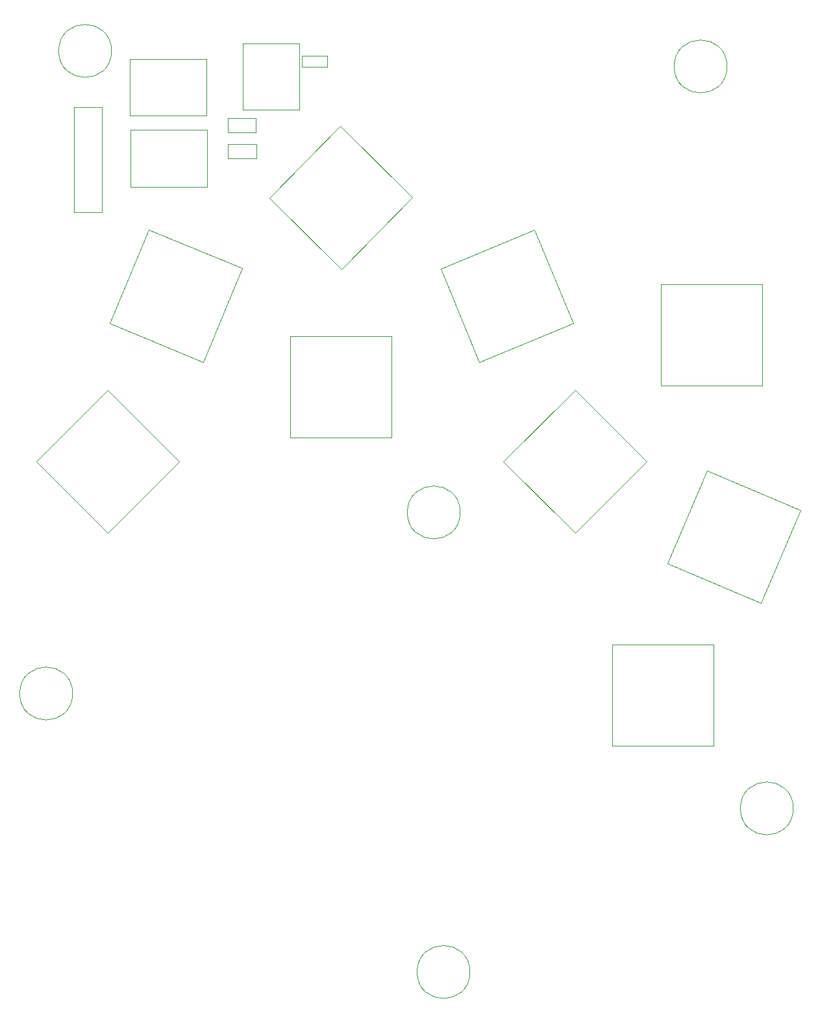
<source format=gbr>
G04 #@! TF.GenerationSoftware,KiCad,Pcbnew,(5.1.5)-3*
G04 #@! TF.CreationDate,2021-10-20T23:00:29+02:00*
G04 #@! TF.ProjectId,WFP_v2_0,5746505f-7632-45f3-902e-6b696361645f,v 0.2*
G04 #@! TF.SameCoordinates,Original*
G04 #@! TF.FileFunction,Other,User*
%FSLAX46Y46*%
G04 Gerber Fmt 4.6, Leading zero omitted, Abs format (unit mm)*
G04 Created by KiCad (PCBNEW (5.1.5)-3) date 2021-10-20 23:00:29*
%MOMM*%
%LPD*%
G04 APERTURE LIST*
%ADD10C,0.050000*%
G04 APERTURE END LIST*
D10*
X87497748Y-56579546D02*
X96912654Y-65831548D01*
X78245746Y-65994452D02*
X87497748Y-56579546D01*
X87660652Y-75246454D02*
X78245746Y-65994452D01*
X96912654Y-65831548D02*
X87660652Y-75246454D01*
X74662023Y-75137420D02*
X69610602Y-87332630D01*
X69610602Y-87332630D02*
X57415392Y-82281208D01*
X57415392Y-82281208D02*
X62466814Y-70085999D01*
X62466814Y-70085999D02*
X74662023Y-75137420D01*
X57153949Y-90998037D02*
X66487758Y-100331846D01*
X47820139Y-100331846D02*
X57153949Y-90998037D01*
X57153949Y-109665656D02*
X47820139Y-100331846D01*
X66487758Y-100331846D02*
X57153949Y-109665656D01*
X94179200Y-97201800D02*
X80979200Y-97201800D01*
X80979200Y-97201800D02*
X80979200Y-84001800D01*
X80979200Y-84001800D02*
X94179200Y-84001800D01*
X94179200Y-84001800D02*
X94179200Y-97201800D01*
X142490000Y-77220000D02*
X142490000Y-90420000D01*
X129290000Y-77220000D02*
X142490000Y-77220000D01*
X129290000Y-90420000D02*
X129290000Y-77220000D01*
X142490000Y-90420000D02*
X129290000Y-90420000D01*
X76535000Y-58917800D02*
X76535000Y-60817800D01*
X76535000Y-60817800D02*
X72835000Y-60817800D01*
X72835000Y-60817800D02*
X72835000Y-58917800D01*
X72835000Y-58917800D02*
X76535000Y-58917800D01*
X57670000Y-46770000D02*
G75*
G03X57670000Y-46770000I-3450000J0D01*
G01*
X103136000Y-106968000D02*
G75*
G03X103136000Y-106968000I-3450000J0D01*
G01*
X137934000Y-48802000D02*
G75*
G03X137934000Y-48802000I-3450000J0D01*
G01*
X52590000Y-130590000D02*
G75*
G03X52590000Y-130590000I-3450000J0D01*
G01*
X104409000Y-166912000D02*
G75*
G03X104409000Y-166912000I-3450000J0D01*
G01*
X146570000Y-145576000D02*
G75*
G03X146570000Y-145576000I-3450000J0D01*
G01*
X52810000Y-54080000D02*
X52810000Y-67830000D01*
X52810000Y-67830000D02*
X56410000Y-67830000D01*
X56410000Y-67830000D02*
X56410000Y-54080000D01*
X56410000Y-54080000D02*
X52810000Y-54080000D01*
X74786000Y-54414200D02*
X82186000Y-54414200D01*
X82186000Y-54414200D02*
X82186000Y-45814200D01*
X82186000Y-45814200D02*
X74786000Y-45814200D01*
X74786000Y-45814200D02*
X74786000Y-54414200D01*
X82488800Y-47403000D02*
X85788800Y-47403000D01*
X82488800Y-48863000D02*
X82488800Y-47403000D01*
X85788800Y-48863000D02*
X82488800Y-48863000D01*
X85788800Y-47403000D02*
X85788800Y-48863000D01*
X60063201Y-47836600D02*
X60063201Y-55236600D01*
X70063201Y-47836600D02*
X60063201Y-47836600D01*
X70063201Y-55236600D02*
X70063201Y-47836600D01*
X60063201Y-55236600D02*
X70063201Y-55236600D01*
X60125600Y-64482200D02*
X70125600Y-64482200D01*
X70125600Y-64482200D02*
X70125600Y-57082200D01*
X70125600Y-57082200D02*
X60125600Y-57082200D01*
X60125600Y-57082200D02*
X60125600Y-64482200D01*
X118108154Y-109657758D02*
X108774344Y-100323949D01*
X108774344Y-100323949D02*
X118108154Y-90990139D01*
X118108154Y-90990139D02*
X127441963Y-100323949D01*
X127441963Y-100323949D02*
X118108154Y-109657758D01*
X142333614Y-118793554D02*
X130182950Y-113635903D01*
X147491265Y-106642890D02*
X142333614Y-118793554D01*
X135340601Y-101485239D02*
X147491265Y-106642890D01*
X130182950Y-113635903D02*
X135340601Y-101485239D01*
X136140000Y-137410000D02*
X122940000Y-137410000D01*
X136140000Y-124210000D02*
X136140000Y-137410000D01*
X122940000Y-124210000D02*
X136140000Y-124210000D01*
X122940000Y-137410000D02*
X122940000Y-124210000D01*
X105643430Y-87365938D02*
X100592008Y-75170728D01*
X100592008Y-75170728D02*
X112787218Y-70119307D01*
X112787218Y-70119307D02*
X117838640Y-82314516D01*
X117838640Y-82314516D02*
X105643430Y-87365938D01*
X76509600Y-55539600D02*
X76509600Y-57439600D01*
X76509600Y-57439600D02*
X72809600Y-57439600D01*
X72809600Y-57439600D02*
X72809600Y-55539600D01*
X72809600Y-55539600D02*
X76509600Y-55539600D01*
M02*

</source>
